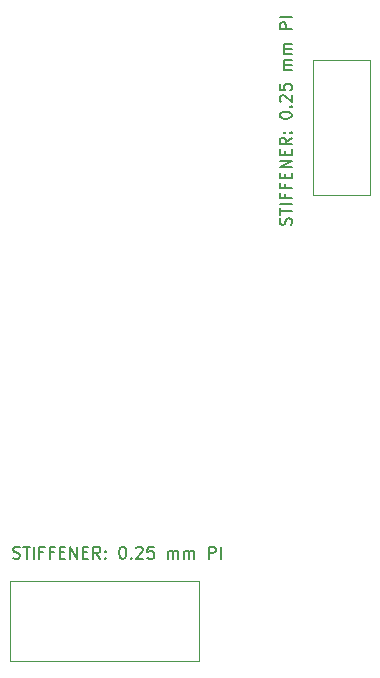
<source format=gbr>
G04 #@! TF.GenerationSoftware,KiCad,Pcbnew,9.0.1*
G04 #@! TF.CreationDate,2025-04-22T18:15:32+02:00*
G04 #@! TF.ProjectId,camera_cable,63616d65-7261-45f6-9361-626c652e6b69,rev?*
G04 #@! TF.SameCoordinates,Original*
G04 #@! TF.FileFunction,OtherDrawing,Comment*
%FSLAX46Y46*%
G04 Gerber Fmt 4.6, Leading zero omitted, Abs format (unit mm)*
G04 Created by KiCad (PCBNEW 9.0.1) date 2025-04-22 18:15:32*
%MOMM*%
%LPD*%
G01*
G04 APERTURE LIST*
%ADD10C,0.100000*%
%ADD11C,0.150000*%
G04 APERTURE END LIST*
D10*
X61200000Y-78300000D02*
X77200000Y-78300000D01*
X77200000Y-85060000D01*
X61200000Y-85060000D01*
X61200000Y-78300000D01*
X86900000Y-34110855D02*
X91730000Y-34110855D01*
X91730000Y-45590000D01*
X86900000Y-45590000D01*
X86900000Y-34110855D01*
D11*
X85022200Y-48110839D02*
X85069819Y-47967982D01*
X85069819Y-47967982D02*
X85069819Y-47729887D01*
X85069819Y-47729887D02*
X85022200Y-47634649D01*
X85022200Y-47634649D02*
X84974580Y-47587030D01*
X84974580Y-47587030D02*
X84879342Y-47539411D01*
X84879342Y-47539411D02*
X84784104Y-47539411D01*
X84784104Y-47539411D02*
X84688866Y-47587030D01*
X84688866Y-47587030D02*
X84641247Y-47634649D01*
X84641247Y-47634649D02*
X84593628Y-47729887D01*
X84593628Y-47729887D02*
X84546009Y-47920363D01*
X84546009Y-47920363D02*
X84498390Y-48015601D01*
X84498390Y-48015601D02*
X84450771Y-48063220D01*
X84450771Y-48063220D02*
X84355533Y-48110839D01*
X84355533Y-48110839D02*
X84260295Y-48110839D01*
X84260295Y-48110839D02*
X84165057Y-48063220D01*
X84165057Y-48063220D02*
X84117438Y-48015601D01*
X84117438Y-48015601D02*
X84069819Y-47920363D01*
X84069819Y-47920363D02*
X84069819Y-47682268D01*
X84069819Y-47682268D02*
X84117438Y-47539411D01*
X84069819Y-47253696D02*
X84069819Y-46682268D01*
X85069819Y-46967982D02*
X84069819Y-46967982D01*
X85069819Y-46348934D02*
X84069819Y-46348934D01*
X84546009Y-45539411D02*
X84546009Y-45872744D01*
X85069819Y-45872744D02*
X84069819Y-45872744D01*
X84069819Y-45872744D02*
X84069819Y-45396554D01*
X84546009Y-44682268D02*
X84546009Y-45015601D01*
X85069819Y-45015601D02*
X84069819Y-45015601D01*
X84069819Y-45015601D02*
X84069819Y-44539411D01*
X84546009Y-44158458D02*
X84546009Y-43825125D01*
X85069819Y-43682268D02*
X85069819Y-44158458D01*
X85069819Y-44158458D02*
X84069819Y-44158458D01*
X84069819Y-44158458D02*
X84069819Y-43682268D01*
X85069819Y-43253696D02*
X84069819Y-43253696D01*
X84069819Y-43253696D02*
X85069819Y-42682268D01*
X85069819Y-42682268D02*
X84069819Y-42682268D01*
X84546009Y-42206077D02*
X84546009Y-41872744D01*
X85069819Y-41729887D02*
X85069819Y-42206077D01*
X85069819Y-42206077D02*
X84069819Y-42206077D01*
X84069819Y-42206077D02*
X84069819Y-41729887D01*
X85069819Y-40729887D02*
X84593628Y-41063220D01*
X85069819Y-41301315D02*
X84069819Y-41301315D01*
X84069819Y-41301315D02*
X84069819Y-40920363D01*
X84069819Y-40920363D02*
X84117438Y-40825125D01*
X84117438Y-40825125D02*
X84165057Y-40777506D01*
X84165057Y-40777506D02*
X84260295Y-40729887D01*
X84260295Y-40729887D02*
X84403152Y-40729887D01*
X84403152Y-40729887D02*
X84498390Y-40777506D01*
X84498390Y-40777506D02*
X84546009Y-40825125D01*
X84546009Y-40825125D02*
X84593628Y-40920363D01*
X84593628Y-40920363D02*
X84593628Y-41301315D01*
X84974580Y-40301315D02*
X85022200Y-40253696D01*
X85022200Y-40253696D02*
X85069819Y-40301315D01*
X85069819Y-40301315D02*
X85022200Y-40348934D01*
X85022200Y-40348934D02*
X84974580Y-40301315D01*
X84974580Y-40301315D02*
X85069819Y-40301315D01*
X84450771Y-40301315D02*
X84498390Y-40253696D01*
X84498390Y-40253696D02*
X84546009Y-40301315D01*
X84546009Y-40301315D02*
X84498390Y-40348934D01*
X84498390Y-40348934D02*
X84450771Y-40301315D01*
X84450771Y-40301315D02*
X84546009Y-40301315D01*
X84069819Y-38872744D02*
X84069819Y-38777506D01*
X84069819Y-38777506D02*
X84117438Y-38682268D01*
X84117438Y-38682268D02*
X84165057Y-38634649D01*
X84165057Y-38634649D02*
X84260295Y-38587030D01*
X84260295Y-38587030D02*
X84450771Y-38539411D01*
X84450771Y-38539411D02*
X84688866Y-38539411D01*
X84688866Y-38539411D02*
X84879342Y-38587030D01*
X84879342Y-38587030D02*
X84974580Y-38634649D01*
X84974580Y-38634649D02*
X85022200Y-38682268D01*
X85022200Y-38682268D02*
X85069819Y-38777506D01*
X85069819Y-38777506D02*
X85069819Y-38872744D01*
X85069819Y-38872744D02*
X85022200Y-38967982D01*
X85022200Y-38967982D02*
X84974580Y-39015601D01*
X84974580Y-39015601D02*
X84879342Y-39063220D01*
X84879342Y-39063220D02*
X84688866Y-39110839D01*
X84688866Y-39110839D02*
X84450771Y-39110839D01*
X84450771Y-39110839D02*
X84260295Y-39063220D01*
X84260295Y-39063220D02*
X84165057Y-39015601D01*
X84165057Y-39015601D02*
X84117438Y-38967982D01*
X84117438Y-38967982D02*
X84069819Y-38872744D01*
X84974580Y-38110839D02*
X85022200Y-38063220D01*
X85022200Y-38063220D02*
X85069819Y-38110839D01*
X85069819Y-38110839D02*
X85022200Y-38158458D01*
X85022200Y-38158458D02*
X84974580Y-38110839D01*
X84974580Y-38110839D02*
X85069819Y-38110839D01*
X84165057Y-37682268D02*
X84117438Y-37634649D01*
X84117438Y-37634649D02*
X84069819Y-37539411D01*
X84069819Y-37539411D02*
X84069819Y-37301316D01*
X84069819Y-37301316D02*
X84117438Y-37206078D01*
X84117438Y-37206078D02*
X84165057Y-37158459D01*
X84165057Y-37158459D02*
X84260295Y-37110840D01*
X84260295Y-37110840D02*
X84355533Y-37110840D01*
X84355533Y-37110840D02*
X84498390Y-37158459D01*
X84498390Y-37158459D02*
X85069819Y-37729887D01*
X85069819Y-37729887D02*
X85069819Y-37110840D01*
X84069819Y-36206078D02*
X84069819Y-36682268D01*
X84069819Y-36682268D02*
X84546009Y-36729887D01*
X84546009Y-36729887D02*
X84498390Y-36682268D01*
X84498390Y-36682268D02*
X84450771Y-36587030D01*
X84450771Y-36587030D02*
X84450771Y-36348935D01*
X84450771Y-36348935D02*
X84498390Y-36253697D01*
X84498390Y-36253697D02*
X84546009Y-36206078D01*
X84546009Y-36206078D02*
X84641247Y-36158459D01*
X84641247Y-36158459D02*
X84879342Y-36158459D01*
X84879342Y-36158459D02*
X84974580Y-36206078D01*
X84974580Y-36206078D02*
X85022200Y-36253697D01*
X85022200Y-36253697D02*
X85069819Y-36348935D01*
X85069819Y-36348935D02*
X85069819Y-36587030D01*
X85069819Y-36587030D02*
X85022200Y-36682268D01*
X85022200Y-36682268D02*
X84974580Y-36729887D01*
X85069819Y-34967982D02*
X84403152Y-34967982D01*
X84498390Y-34967982D02*
X84450771Y-34920363D01*
X84450771Y-34920363D02*
X84403152Y-34825125D01*
X84403152Y-34825125D02*
X84403152Y-34682268D01*
X84403152Y-34682268D02*
X84450771Y-34587030D01*
X84450771Y-34587030D02*
X84546009Y-34539411D01*
X84546009Y-34539411D02*
X85069819Y-34539411D01*
X84546009Y-34539411D02*
X84450771Y-34491792D01*
X84450771Y-34491792D02*
X84403152Y-34396554D01*
X84403152Y-34396554D02*
X84403152Y-34253697D01*
X84403152Y-34253697D02*
X84450771Y-34158458D01*
X84450771Y-34158458D02*
X84546009Y-34110839D01*
X84546009Y-34110839D02*
X85069819Y-34110839D01*
X85069819Y-33634649D02*
X84403152Y-33634649D01*
X84498390Y-33634649D02*
X84450771Y-33587030D01*
X84450771Y-33587030D02*
X84403152Y-33491792D01*
X84403152Y-33491792D02*
X84403152Y-33348935D01*
X84403152Y-33348935D02*
X84450771Y-33253697D01*
X84450771Y-33253697D02*
X84546009Y-33206078D01*
X84546009Y-33206078D02*
X85069819Y-33206078D01*
X84546009Y-33206078D02*
X84450771Y-33158459D01*
X84450771Y-33158459D02*
X84403152Y-33063221D01*
X84403152Y-33063221D02*
X84403152Y-32920364D01*
X84403152Y-32920364D02*
X84450771Y-32825125D01*
X84450771Y-32825125D02*
X84546009Y-32777506D01*
X84546009Y-32777506D02*
X85069819Y-32777506D01*
X85069819Y-31539411D02*
X84069819Y-31539411D01*
X84069819Y-31539411D02*
X84069819Y-31158459D01*
X84069819Y-31158459D02*
X84117438Y-31063221D01*
X84117438Y-31063221D02*
X84165057Y-31015602D01*
X84165057Y-31015602D02*
X84260295Y-30967983D01*
X84260295Y-30967983D02*
X84403152Y-30967983D01*
X84403152Y-30967983D02*
X84498390Y-31015602D01*
X84498390Y-31015602D02*
X84546009Y-31063221D01*
X84546009Y-31063221D02*
X84593628Y-31158459D01*
X84593628Y-31158459D02*
X84593628Y-31539411D01*
X85069819Y-30539411D02*
X84069819Y-30539411D01*
X61489160Y-76322200D02*
X61632017Y-76369819D01*
X61632017Y-76369819D02*
X61870112Y-76369819D01*
X61870112Y-76369819D02*
X61965350Y-76322200D01*
X61965350Y-76322200D02*
X62012969Y-76274580D01*
X62012969Y-76274580D02*
X62060588Y-76179342D01*
X62060588Y-76179342D02*
X62060588Y-76084104D01*
X62060588Y-76084104D02*
X62012969Y-75988866D01*
X62012969Y-75988866D02*
X61965350Y-75941247D01*
X61965350Y-75941247D02*
X61870112Y-75893628D01*
X61870112Y-75893628D02*
X61679636Y-75846009D01*
X61679636Y-75846009D02*
X61584398Y-75798390D01*
X61584398Y-75798390D02*
X61536779Y-75750771D01*
X61536779Y-75750771D02*
X61489160Y-75655533D01*
X61489160Y-75655533D02*
X61489160Y-75560295D01*
X61489160Y-75560295D02*
X61536779Y-75465057D01*
X61536779Y-75465057D02*
X61584398Y-75417438D01*
X61584398Y-75417438D02*
X61679636Y-75369819D01*
X61679636Y-75369819D02*
X61917731Y-75369819D01*
X61917731Y-75369819D02*
X62060588Y-75417438D01*
X62346303Y-75369819D02*
X62917731Y-75369819D01*
X62632017Y-76369819D02*
X62632017Y-75369819D01*
X63251065Y-76369819D02*
X63251065Y-75369819D01*
X64060588Y-75846009D02*
X63727255Y-75846009D01*
X63727255Y-76369819D02*
X63727255Y-75369819D01*
X63727255Y-75369819D02*
X64203445Y-75369819D01*
X64917731Y-75846009D02*
X64584398Y-75846009D01*
X64584398Y-76369819D02*
X64584398Y-75369819D01*
X64584398Y-75369819D02*
X65060588Y-75369819D01*
X65441541Y-75846009D02*
X65774874Y-75846009D01*
X65917731Y-76369819D02*
X65441541Y-76369819D01*
X65441541Y-76369819D02*
X65441541Y-75369819D01*
X65441541Y-75369819D02*
X65917731Y-75369819D01*
X66346303Y-76369819D02*
X66346303Y-75369819D01*
X66346303Y-75369819D02*
X66917731Y-76369819D01*
X66917731Y-76369819D02*
X66917731Y-75369819D01*
X67393922Y-75846009D02*
X67727255Y-75846009D01*
X67870112Y-76369819D02*
X67393922Y-76369819D01*
X67393922Y-76369819D02*
X67393922Y-75369819D01*
X67393922Y-75369819D02*
X67870112Y-75369819D01*
X68870112Y-76369819D02*
X68536779Y-75893628D01*
X68298684Y-76369819D02*
X68298684Y-75369819D01*
X68298684Y-75369819D02*
X68679636Y-75369819D01*
X68679636Y-75369819D02*
X68774874Y-75417438D01*
X68774874Y-75417438D02*
X68822493Y-75465057D01*
X68822493Y-75465057D02*
X68870112Y-75560295D01*
X68870112Y-75560295D02*
X68870112Y-75703152D01*
X68870112Y-75703152D02*
X68822493Y-75798390D01*
X68822493Y-75798390D02*
X68774874Y-75846009D01*
X68774874Y-75846009D02*
X68679636Y-75893628D01*
X68679636Y-75893628D02*
X68298684Y-75893628D01*
X69298684Y-76274580D02*
X69346303Y-76322200D01*
X69346303Y-76322200D02*
X69298684Y-76369819D01*
X69298684Y-76369819D02*
X69251065Y-76322200D01*
X69251065Y-76322200D02*
X69298684Y-76274580D01*
X69298684Y-76274580D02*
X69298684Y-76369819D01*
X69298684Y-75750771D02*
X69346303Y-75798390D01*
X69346303Y-75798390D02*
X69298684Y-75846009D01*
X69298684Y-75846009D02*
X69251065Y-75798390D01*
X69251065Y-75798390D02*
X69298684Y-75750771D01*
X69298684Y-75750771D02*
X69298684Y-75846009D01*
X70727255Y-75369819D02*
X70822493Y-75369819D01*
X70822493Y-75369819D02*
X70917731Y-75417438D01*
X70917731Y-75417438D02*
X70965350Y-75465057D01*
X70965350Y-75465057D02*
X71012969Y-75560295D01*
X71012969Y-75560295D02*
X71060588Y-75750771D01*
X71060588Y-75750771D02*
X71060588Y-75988866D01*
X71060588Y-75988866D02*
X71012969Y-76179342D01*
X71012969Y-76179342D02*
X70965350Y-76274580D01*
X70965350Y-76274580D02*
X70917731Y-76322200D01*
X70917731Y-76322200D02*
X70822493Y-76369819D01*
X70822493Y-76369819D02*
X70727255Y-76369819D01*
X70727255Y-76369819D02*
X70632017Y-76322200D01*
X70632017Y-76322200D02*
X70584398Y-76274580D01*
X70584398Y-76274580D02*
X70536779Y-76179342D01*
X70536779Y-76179342D02*
X70489160Y-75988866D01*
X70489160Y-75988866D02*
X70489160Y-75750771D01*
X70489160Y-75750771D02*
X70536779Y-75560295D01*
X70536779Y-75560295D02*
X70584398Y-75465057D01*
X70584398Y-75465057D02*
X70632017Y-75417438D01*
X70632017Y-75417438D02*
X70727255Y-75369819D01*
X71489160Y-76274580D02*
X71536779Y-76322200D01*
X71536779Y-76322200D02*
X71489160Y-76369819D01*
X71489160Y-76369819D02*
X71441541Y-76322200D01*
X71441541Y-76322200D02*
X71489160Y-76274580D01*
X71489160Y-76274580D02*
X71489160Y-76369819D01*
X71917731Y-75465057D02*
X71965350Y-75417438D01*
X71965350Y-75417438D02*
X72060588Y-75369819D01*
X72060588Y-75369819D02*
X72298683Y-75369819D01*
X72298683Y-75369819D02*
X72393921Y-75417438D01*
X72393921Y-75417438D02*
X72441540Y-75465057D01*
X72441540Y-75465057D02*
X72489159Y-75560295D01*
X72489159Y-75560295D02*
X72489159Y-75655533D01*
X72489159Y-75655533D02*
X72441540Y-75798390D01*
X72441540Y-75798390D02*
X71870112Y-76369819D01*
X71870112Y-76369819D02*
X72489159Y-76369819D01*
X73393921Y-75369819D02*
X72917731Y-75369819D01*
X72917731Y-75369819D02*
X72870112Y-75846009D01*
X72870112Y-75846009D02*
X72917731Y-75798390D01*
X72917731Y-75798390D02*
X73012969Y-75750771D01*
X73012969Y-75750771D02*
X73251064Y-75750771D01*
X73251064Y-75750771D02*
X73346302Y-75798390D01*
X73346302Y-75798390D02*
X73393921Y-75846009D01*
X73393921Y-75846009D02*
X73441540Y-75941247D01*
X73441540Y-75941247D02*
X73441540Y-76179342D01*
X73441540Y-76179342D02*
X73393921Y-76274580D01*
X73393921Y-76274580D02*
X73346302Y-76322200D01*
X73346302Y-76322200D02*
X73251064Y-76369819D01*
X73251064Y-76369819D02*
X73012969Y-76369819D01*
X73012969Y-76369819D02*
X72917731Y-76322200D01*
X72917731Y-76322200D02*
X72870112Y-76274580D01*
X74632017Y-76369819D02*
X74632017Y-75703152D01*
X74632017Y-75798390D02*
X74679636Y-75750771D01*
X74679636Y-75750771D02*
X74774874Y-75703152D01*
X74774874Y-75703152D02*
X74917731Y-75703152D01*
X74917731Y-75703152D02*
X75012969Y-75750771D01*
X75012969Y-75750771D02*
X75060588Y-75846009D01*
X75060588Y-75846009D02*
X75060588Y-76369819D01*
X75060588Y-75846009D02*
X75108207Y-75750771D01*
X75108207Y-75750771D02*
X75203445Y-75703152D01*
X75203445Y-75703152D02*
X75346302Y-75703152D01*
X75346302Y-75703152D02*
X75441541Y-75750771D01*
X75441541Y-75750771D02*
X75489160Y-75846009D01*
X75489160Y-75846009D02*
X75489160Y-76369819D01*
X75965350Y-76369819D02*
X75965350Y-75703152D01*
X75965350Y-75798390D02*
X76012969Y-75750771D01*
X76012969Y-75750771D02*
X76108207Y-75703152D01*
X76108207Y-75703152D02*
X76251064Y-75703152D01*
X76251064Y-75703152D02*
X76346302Y-75750771D01*
X76346302Y-75750771D02*
X76393921Y-75846009D01*
X76393921Y-75846009D02*
X76393921Y-76369819D01*
X76393921Y-75846009D02*
X76441540Y-75750771D01*
X76441540Y-75750771D02*
X76536778Y-75703152D01*
X76536778Y-75703152D02*
X76679635Y-75703152D01*
X76679635Y-75703152D02*
X76774874Y-75750771D01*
X76774874Y-75750771D02*
X76822493Y-75846009D01*
X76822493Y-75846009D02*
X76822493Y-76369819D01*
X78060588Y-76369819D02*
X78060588Y-75369819D01*
X78060588Y-75369819D02*
X78441540Y-75369819D01*
X78441540Y-75369819D02*
X78536778Y-75417438D01*
X78536778Y-75417438D02*
X78584397Y-75465057D01*
X78584397Y-75465057D02*
X78632016Y-75560295D01*
X78632016Y-75560295D02*
X78632016Y-75703152D01*
X78632016Y-75703152D02*
X78584397Y-75798390D01*
X78584397Y-75798390D02*
X78536778Y-75846009D01*
X78536778Y-75846009D02*
X78441540Y-75893628D01*
X78441540Y-75893628D02*
X78060588Y-75893628D01*
X79060588Y-76369819D02*
X79060588Y-75369819D01*
M02*

</source>
